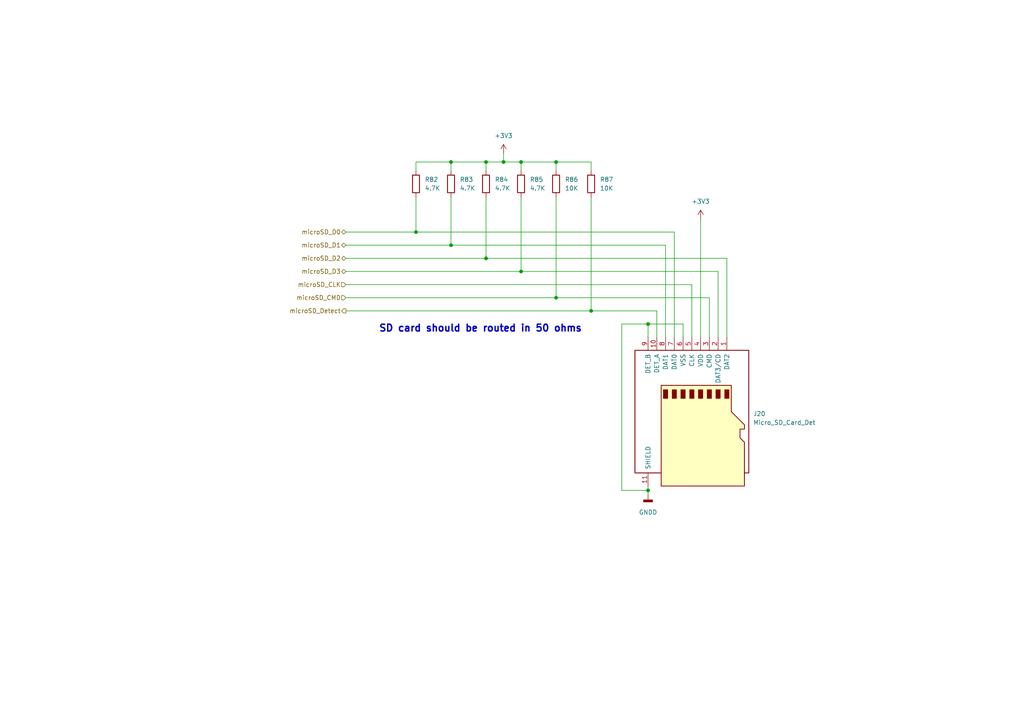
<source format=kicad_sch>
(kicad_sch (version 20211123) (generator eeschema)
  (paper "A4")
  (title_block (title "microSD") (date "2022-09-27") (rev "Rev. 1") (company "HardGFX") (comment 1 "Esp. Eng. Sciarrone, Hanes Nahuel") (comment 2 "Master in embedded systems") (comment 3 "UBA - Facultad de Ingeniería"))
  (lib_symbols
    (symbol "Connector:Micro_SD_Card_Det" (pin_names (offset 1.016))
      (property "Reference" "J" (at -16.51 17.78 0))
      (property "Value" "Micro_SD_Card_Det" (at 16.51 17.78 0))
      (symbol "Micro_SD_Card_Det_0_1"
        (rectangle (start -7.62 -6.985) (end -5.08 -8.255) (fill (type outline)))
        (rectangle (start -7.62 -4.445) (end -5.08 -5.715) (fill (type outline)))
        (rectangle (start -7.62 -1.905) (end -5.08 -3.175) (fill (type outline)))
        (rectangle (start -7.62 0.635) (end -5.08 -0.635) (fill (type outline)))
        (rectangle (start -7.62 3.175) (end -5.08 1.905) (fill (type outline)))
        (rectangle (start -7.62 5.715) (end -5.08 4.445) (fill (type outline)))
        (rectangle (start -7.62 8.255) (end -5.08 6.985) (fill (type outline)))
        (rectangle (start -7.62 10.795) (end -5.08 9.525) (fill (type outline)))
        (polyline (pts (xy 16.51 15.24) (xy 16.51 16.51) (xy -19.05 16.51) (xy -19.05 -16.51) (xy 16.51 -16.51) (xy 16.51 -8.89)) (stroke (width 0.254)))
        (polyline (pts (xy -8.89 -8.89) (xy -8.89 11.43) (xy -1.27 11.43) (xy 2.54 15.24) (xy 3.81 15.24) (xy 3.81 13.97) (xy 6.35 13.97) (xy 7.62 15.24) (xy 20.32 15.24) (xy 20.32 -8.89) (xy -8.89 -8.89)) (stroke (width 0.254)) (fill (type background)))
      )
      (symbol "Micro_SD_Card_Det_1_1"
        (pin bidirectional line (at -22.86 10.16 0) (length 3.81) (name "DAT2") (number "1"))
        (pin passive line (at -22.86 -10.16 0) (length 3.81) (name "DET_A") (number "10"))
        (pin passive line (at 20.32 -12.7 180) (length 3.81) (name "SHIELD") (number "11"))
        (pin bidirectional line (at -22.86 7.62 0) (length 3.81) (name "DAT3/CD") (number "2"))
        (pin input line (at -22.86 5.08 0) (length 3.81) (name "CMD") (number "3"))
        (pin power_in line (at -22.86 2.54 0) (length 3.81) (name "VDD") (number "4"))
        (pin input line (at -22.86 0 0) (length 3.81) (name "CLK") (number "5"))
        (pin power_in line (at -22.86 -2.54 0) (length 3.81) (name "VSS") (number "6"))
        (pin bidirectional line (at -22.86 -5.08 0) (length 3.81) (name "DAT0") (number "7"))
        (pin bidirectional line (at -22.86 -7.62 0) (length 3.81) (name "DAT1") (number "8"))
        (pin passive line (at -22.86 -12.7 0) (length 3.81) (name "DET_B") (number "9"))
      )
    )
    (symbol "Device:R" (pin_numbers hide) (pin_names (offset 0))
      (property "Reference" "R" (at 2.032 0 90))
      (property "Value" "R" (at 0 0 90))
      (symbol "R_0_1"
        (rectangle (start -1.016 -2.54) (end 1.016 2.54) (stroke (width 0.254)))
      )
      (symbol "R_1_1"
        (pin passive line (at 0 3.81 270) (length 1.27) (name "~") (number "1"))
        (pin passive line (at 0 -3.81 90) (length 1.27) (name "~") (number "2"))
      )
    )
    (symbol "power:+3V3" (power) (pin_names (offset 0))
      (property "Value" "+3V3" (at 0 3.556 0))
      (symbol "+3V3_0_1"
        (polyline (pts (xy -0.762 1.27) (xy 0 2.54)))
        (polyline (pts (xy 0 0) (xy 0 2.54)))
        (polyline (pts (xy 0 2.54) (xy 0.762 1.27)))
      )
      (symbol "+3V3_1_1"
        (pin power_in line (at 0 0 90) (length 0) hide (name "+3V3") (number "1"))
      )
    )
    (symbol "power:GNDD" (power) (pin_names (offset 0))
      (property "Value" "GNDD" (at 0 -3.175 0))
      (symbol "GNDD_0_1"
        (rectangle (start -1.27 -1.524) (end 1.27 -2.032) (stroke (width 0.254)) (fill (type outline)))
        (polyline (pts (xy 0 0) (xy 0 -1.524)))
      )
      (symbol "GNDD_1_1"
        (pin power_in line (at 0 0 270) (length 0) hide (name "GNDD") (number "1"))
      )
    )
  )
  (junction (at 187.96 93.98))
  (junction (at 140.97 74.93))
  (junction (at 130.81 71.12))
  (junction (at 130.81 46.99))
  (junction (at 161.29 46.99))
  (junction (at 140.97 46.99))
  (junction (at 120.65 67.31))
  (junction (at 187.96 142.24))
  (junction (at 151.13 78.74))
  (junction (at 171.45 90.17))
  (junction (at 146.05 46.99))
  (junction (at 161.29 86.36))
  (junction (at 151.13 46.99))
  (wire (pts (xy 140.97 46.99) (xy 146.05 46.99)))
  (wire (pts (xy 200.66 82.55) (xy 200.66 97.79)))
  (wire (pts (xy 146.05 46.99) (xy 146.05 44.45)))
  (wire (pts (xy 120.65 49.53) (xy 120.65 46.99)))
  (wire (pts (xy 130.81 49.53) (xy 130.81 46.99)))
  (wire (pts (xy 187.96 142.24) (xy 187.96 143.51)))
  (wire (pts (xy 208.28 78.74) (xy 208.28 97.79)))
  (wire (pts (xy 180.34 142.24) (xy 180.34 93.98)))
  (wire (pts (xy 100.33 78.74) (xy 151.13 78.74)))
  (wire (pts (xy 100.33 86.36) (xy 161.29 86.36)))
  (wire (pts (xy 151.13 49.53) (xy 151.13 46.99)))
  (wire (pts (xy 100.33 71.12) (xy 130.81 71.12)))
  (wire (pts (xy 100.33 74.93) (xy 140.97 74.93)))
  (wire (pts (xy 187.96 142.24) (xy 180.34 142.24)))
  (wire (pts (xy 140.97 49.53) (xy 140.97 46.99)))
  (wire (pts (xy 120.65 57.15) (xy 120.65 67.31)))
  (wire (pts (xy 161.29 57.15) (xy 161.29 86.36)))
  (wire (pts (xy 195.58 67.31) (xy 195.58 97.79)))
  (wire (pts (xy 140.97 57.15) (xy 140.97 74.93)))
  (wire (pts (xy 151.13 57.15) (xy 151.13 78.74)))
  (wire (pts (xy 151.13 46.99) (xy 146.05 46.99)))
  (wire (pts (xy 190.5 90.17) (xy 190.5 97.79)))
  (wire (pts (xy 205.74 86.36) (xy 205.74 97.79)))
  (wire (pts (xy 100.33 67.31) (xy 120.65 67.31)))
  (wire (pts (xy 140.97 74.93) (xy 210.82 74.93)))
  (wire (pts (xy 171.45 90.17) (xy 190.5 90.17)))
  (wire (pts (xy 120.65 67.31) (xy 195.58 67.31)))
  (wire (pts (xy 187.96 140.97) (xy 187.96 142.24)))
  (wire (pts (xy 161.29 46.99) (xy 151.13 46.99)))
  (wire (pts (xy 171.45 57.15) (xy 171.45 90.17)))
  (wire (pts (xy 193.04 71.12) (xy 193.04 97.79)))
  (wire (pts (xy 100.33 90.17) (xy 171.45 90.17)))
  (wire (pts (xy 198.12 93.98) (xy 187.96 93.98)))
  (wire (pts (xy 161.29 86.36) (xy 205.74 86.36)))
  (wire (pts (xy 130.81 57.15) (xy 130.81 71.12)))
  (wire (pts (xy 187.96 93.98) (xy 187.96 97.79)))
  (wire (pts (xy 151.13 78.74) (xy 208.28 78.74)))
  (wire (pts (xy 203.2 63.5) (xy 203.2 97.79)))
  (wire (pts (xy 161.29 49.53) (xy 161.29 46.99)))
  (wire (pts (xy 198.12 97.79) (xy 198.12 93.98)))
  (wire (pts (xy 130.81 46.99) (xy 140.97 46.99)))
  (wire (pts (xy 180.34 93.98) (xy 187.96 93.98)))
  (wire (pts (xy 120.65 46.99) (xy 130.81 46.99)))
  (wire (pts (xy 171.45 46.99) (xy 161.29 46.99)))
  (wire (pts (xy 171.45 49.53) (xy 171.45 46.99)))
  (wire (pts (xy 100.33 82.55) (xy 200.66 82.55)))
  (wire (pts (xy 130.81 71.12) (xy 193.04 71.12)))
  (wire (pts (xy 210.82 74.93) (xy 210.82 97.79)))
  (text "SD card should be routed in 50 ohms" (at 168.91 96.52 180) (effects (font (size 2 2) (thickness 0.4) bold) (justify right bottom)))
  (hierarchical_label "microSD_CLK" (shape input) (at 100.33 82.55 180))
  (hierarchical_label "microSD_D3" (shape bidirectional) (at 100.33 78.74 180))
  (hierarchical_label "microSD_Detect" (shape output) (at 100.33 90.17 180))
  (hierarchical_label "microSD_D0" (shape bidirectional) (at 100.33 67.31 180))
  (hierarchical_label "microSD_CMD" (shape input) (at 100.33 86.36 180))
  (hierarchical_label "microSD_D2" (shape bidirectional) (at 100.33 74.93 180))
  (hierarchical_label "microSD_D1" (shape bidirectional) (at 100.33 71.12 180))
  (symbol (lib_id "Connector:Micro_SD_Card_Det") (at 200.66 120.65 270) (unit 1)
    (property "Reference" "J20" (at 218.44 120.0149 90) (effects (justify left)))
    (property "Value" "Micro_SD_Card_Det" (at 218.44 122.5549 90) (effects (justify left)))
    (property "Footprint" "Connector_Card:microSD_HC_Molex_104031-0811" (effects hide))
    (property "Datasheet" "https://www.molex.com/pdm_docs/sd/1040310811_sd.pdf" (effects hide))
    (property "MANUFACTURER" "Molex" (effects hide))
    (property "digikey#" "WM6357CT-ND" (effects hide))
    (property "manf#" "104031-0811" (effects hide))
    (property "mouser#" "538-104031-0811" (effects hide))
  )
  (symbol (lib_id "power:+3V3") (at 203.2 63.5 0) (unit 1)
    (property "Reference" "#PWR056" (effects hide))
    (property "Value" "+3V3" (at 203.2 58.42 0))
  )
  (symbol (lib_id "Device:R") (at 120.65 53.34 0) (unit 1)
    (property "Reference" "R82" (at 123.19 52.0699 0) (effects (justify left)))
    (property "Value" "4.7K" (at 123.19 54.6099 0) (effects (justify left)))
    (property "Footprint" "Resistor_SMD:R_0603_1608Metric_Pad0.98x0.95mm_HandSolder" (effects hide))
    (property "Datasheet" "https://www.yageo.com/upload/media/product/productsearch/datasheet/rchip/PYu-RC_Group_51_RoHS_L_12.pdf" (effects hide))
    (property "MANUFACTURER" "YAGEO" (effects hide))
    (property "digikey#" "311-47.0KHRCT-ND" (effects hide))
    (property "manf#" "RC0603FR-0747KL" (effects hide))
    (property "mouser#" "603-RC0603FR-0747KL" (effects hide))
  )
  (symbol (lib_id "Device:R") (at 140.97 53.34 0) (unit 1)
    (property "Reference" "R84" (at 143.51 52.0699 0) (effects (justify left)))
    (property "Value" "4.7K" (at 143.51 54.6099 0) (effects (justify left)))
    (property "Footprint" "Resistor_SMD:R_0603_1608Metric_Pad0.98x0.95mm_HandSolder" (effects hide))
    (property "Datasheet" "https://www.yageo.com/upload/media/product/productsearch/datasheet/rchip/PYu-RC_Group_51_RoHS_L_12.pdf" (effects hide))
    (property "MANUFACTURER" "YAGEO" (effects hide))
    (property "digikey#" "311-47.0KHRCT-ND" (effects hide))
    (property "manf#" "RC0603FR-0747KL" (effects hide))
    (property "mouser#" "603-RC0603FR-0747KL" (effects hide))
  )
  (symbol (lib_id "power:+3V3") (at 146.05 44.45 0) (unit 1)
    (property "Reference" "#PWR055" (effects hide))
    (property "Value" "+3V3" (at 146.05 39.37 0))
  )
  (symbol (lib_id "Device:R") (at 171.45 53.34 0) (unit 1)
    (property "Reference" "R87" (at 173.99 52.0699 0) (effects (justify left)))
    (property "Value" "10K" (at 173.99 54.6099 0) (effects (justify left)))
    (property "Footprint" "Resistor_SMD:R_0603_1608Metric_Pad0.98x0.95mm_HandSolder" (effects hide))
    (property "Datasheet" "https://www.yageo.com/upload/media/product/productsearch/datasheet/rchip/PYu-RC_Group_51_RoHS_L_12.pdf" (effects hide))
    (property "MANUFACTURER" "YAGEO" (effects hide))
    (property "digikey#" "311-10.0KHRCT-ND" (effects hide))
    (property "manf#" "RC0603FR-0710KL" (effects hide))
    (property "mouser#" "603-RC0603FR-0710KL" (effects hide))
  )
  (symbol (lib_id "Device:R") (at 130.81 53.34 0) (unit 1)
    (property "Reference" "R83" (at 133.35 52.0699 0) (effects (justify left)))
    (property "Value" "4.7K" (at 133.35 54.6099 0) (effects (justify left)))
    (property "Footprint" "Resistor_SMD:R_0603_1608Metric_Pad0.98x0.95mm_HandSolder" (effects hide))
    (property "Datasheet" "https://www.yageo.com/upload/media/product/productsearch/datasheet/rchip/PYu-RC_Group_51_RoHS_L_12.pdf" (effects hide))
    (property "MANUFACTURER" "YAGEO" (effects hide))
    (property "digikey#" "311-47.0KHRCT-ND" (effects hide))
    (property "manf#" "RC0603FR-0747KL" (effects hide))
    (property "mouser#" "603-RC0603FR-0747KL" (effects hide))
  )
  (symbol (lib_id "power:GNDD") (at 187.96 143.51 0) (unit 1)
    (property "Reference" "#PWR054" (effects hide))
    (property "Value" "GNDD" (at 187.96 148.59 0))
  )
  (symbol (lib_id "Device:R") (at 151.13 53.34 0) (unit 1)
    (property "Reference" "R85" (at 153.67 52.0699 0) (effects (justify left)))
    (property "Value" "4.7K" (at 153.67 54.6099 0) (effects (justify left)))
    (property "Footprint" "Resistor_SMD:R_0603_1608Metric_Pad0.98x0.95mm_HandSolder" (effects hide))
    (property "Datasheet" "https://www.yageo.com/upload/media/product/productsearch/datasheet/rchip/PYu-RC_Group_51_RoHS_L_12.pdf" (effects hide))
    (property "MANUFACTURER" "YAGEO" (effects hide))
    (property "digikey#" "311-47.0KHRCT-ND" (effects hide))
    (property "manf#" "RC0603FR-0747KL" (effects hide))
    (property "mouser#" "603-RC0603FR-0747KL" (effects hide))
  )
  (symbol (lib_id "Device:R") (at 161.29 53.34 0) (unit 1)
    (property "Reference" "R86" (at 163.83 52.0699 0) (effects (justify left)))
    (property "Value" "10K" (at 163.83 54.6099 0) (effects (justify left)))
    (property "Footprint" "Resistor_SMD:R_0603_1608Metric_Pad0.98x0.95mm_HandSolder" (effects hide))
    (property "Datasheet" "https://www.yageo.com/upload/media/product/productsearch/datasheet/rchip/PYu-RC_Group_51_RoHS_L_12.pdf" (effects hide))
    (property "MANUFACTURER" "YAGEO" (effects hide))
    (property "digikey#" "311-10.0KHRCT-ND" (effects hide))
    (property "manf#" "RC0603FR-0710KL" (effects hide))
    (property "mouser#" "603-RC0603FR-0710KL" (effects hide))
  )
)
</source>
